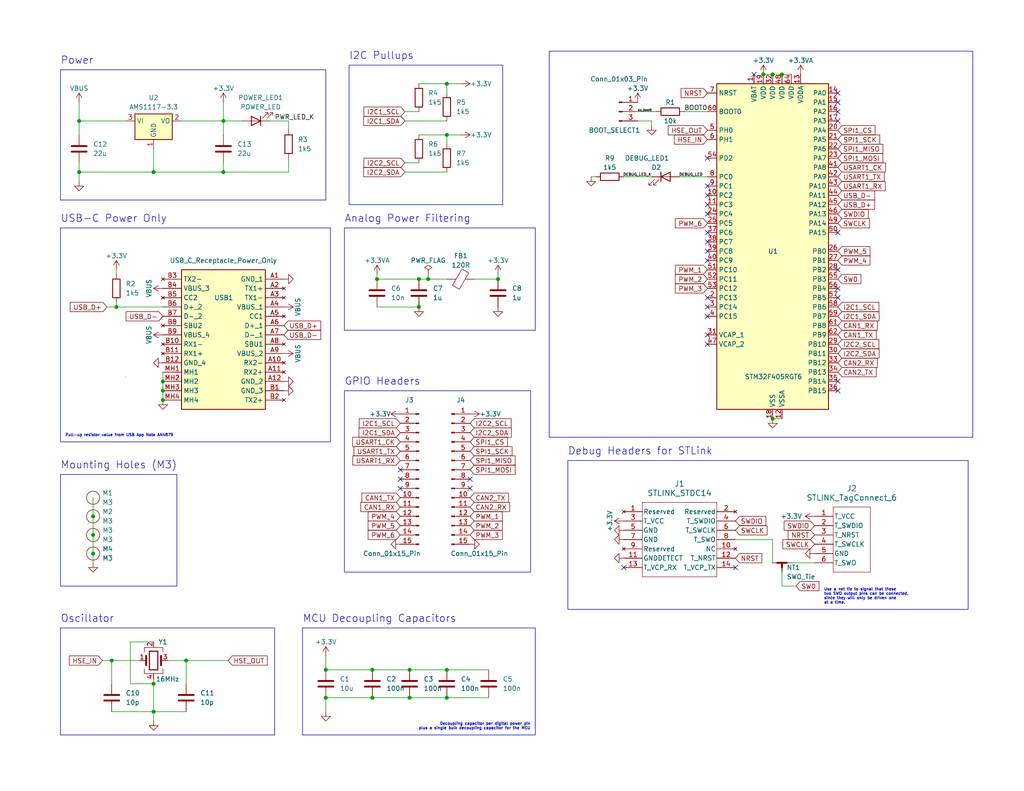
<source format=kicad_sch>
(kicad_sch (version 20230121) (generator eeschema)
  (paper "USLetter")
  (title_block (title "${BOARD_NAME}") (date "2024-04-03") (rev "v${PCB_VERSION}") (company "Tennessee Valley Stellar Corporation"))
  (junction (at 101.6 190.5))
  (junction (at 111.76 182.88))
  (junction (at 25.4 151.13))
  (junction (at 208.28 20.32))
  (junction (at 44.45 109.22))
  (junction (at 121.92 22.86))
  (junction (at 121.92 36.83))
  (junction (at 50.8 180.34))
  (junction (at 210.82 20.32))
  (junction (at 41.91 186.69))
  (junction (at 21.59 46.99))
  (junction (at 116.84 76.2))
  (junction (at 30.48 180.34))
  (junction (at 88.9 190.5))
  (junction (at 88.9 182.88))
  (junction (at 121.92 182.88))
  (junction (at 25.4 140.97))
  (junction (at 44.45 104.14))
  (junction (at 210.82 114.3))
  (junction (at 135.89 76.2))
  (junction (at 60.96 33.02))
  (junction (at 114.3 76.2))
  (junction (at 114.3 83.82))
  (junction (at 60.96 46.99))
  (junction (at 101.6 182.88))
  (junction (at 102.87 76.2))
  (junction (at 25.4 146.05))
  (junction (at 41.91 194.31))
  (junction (at 41.91 46.99))
  (junction (at 121.92 190.5))
  (junction (at 21.59 33.02))
  (junction (at 213.36 20.32))
  (junction (at 31.75 83.82))
  (junction (at 111.76 190.5))
  (junction (at 44.45 106.68))
  (no_connect (at 205.74 20.32))
  (no_connect (at 228.6 33.02))
  (no_connect (at 228.6 81.28))
  (no_connect (at 193.04 66.04))
  (no_connect (at 200.66 154.94))
  (no_connect (at 193.04 53.34))
  (no_connect (at 193.04 58.42))
  (no_connect (at 128.27 130.81))
  (no_connect (at 170.18 154.94))
  (no_connect (at 228.6 30.48))
  (no_connect (at 193.04 50.8))
  (no_connect (at 193.04 55.88))
  (no_connect (at 193.04 86.36))
  (no_connect (at 109.22 130.81))
  (no_connect (at 193.04 93.98))
  (no_connect (at 193.04 43.18))
  (no_connect (at 193.04 83.82))
  (no_connect (at 109.22 133.35))
  (no_connect (at 193.04 63.5))
  (no_connect (at 193.04 81.28))
  (no_connect (at 228.6 106.68))
  (no_connect (at 193.04 91.44))
  (no_connect (at 228.6 104.14))
  (no_connect (at 193.04 68.58))
  (no_connect (at 228.6 27.94))
  (no_connect (at 193.04 71.12))
  (no_connect (at 109.22 128.27))
  (no_connect (at 128.27 133.35))
  (no_connect (at 228.6 63.5))
  (no_connect (at 228.6 78.74))
  (no_connect (at 228.6 73.66))
  (no_connect (at 228.6 25.4))
  (wire (pts (xy 88.9 182.88) (xy 101.6 182.88)))
  (wire (pts (xy 114.3 76.2) (xy 116.84 76.2)))
  (wire (pts (xy 213.36 114.3) (xy 210.82 114.3)))
  (wire (pts (xy 44.45 104.14) (xy 44.45 106.68)))
  (wire (pts (xy 41.91 186.69) (xy 41.91 194.31)))
  (wire (pts (xy 129.54 76.2) (xy 135.89 76.2)))
  (wire (pts (xy 135.89 74.93) (xy 135.89 76.2)))
  (wire (pts (xy 60.96 33.02) (xy 60.96 36.83)))
  (wire (pts (xy 111.76 190.5) (xy 121.92 190.5)))
  (wire (pts (xy 110.49 33.02) (xy 121.92 33.02)))
  (wire (pts (xy 185.42 48.26) (xy 193.04 48.26)))
  (wire (pts (xy 41.91 46.99) (xy 60.96 46.99)))
  (wire (pts (xy 50.8 180.34) (xy 62.23 180.34)))
  (wire (pts (xy 41.91 175.26) (xy 35.56 175.26)))
  (wire (pts (xy 31.75 73.66) (xy 31.75 74.93)))
  (polyline (pts (xy 149.86 13.97) (xy 149.86 119.38)))
  (wire (pts (xy 78.74 46.99) (xy 60.96 46.99)))
  (wire (pts (xy 78.74 43.18) (xy 78.74 46.99)))
  (wire (pts (xy 44.45 106.68) (xy 44.45 109.22)))
  (wire (pts (xy 101.6 190.5) (xy 111.76 190.5)))
  (polyline (pts (xy 16.51 200.66) (xy 74.93 200.66)))
  (wire (pts (xy 111.76 182.88) (xy 121.92 182.88)))
  (wire (pts (xy 210.82 147.32) (xy 210.82 153.67)))
  (wire (pts (xy 121.92 182.88) (xy 133.35 182.88)))
  (polyline (pts (xy 146.05 171.45) (xy 146.05 200.66)))
  (polyline (pts (xy 146.05 62.23) (xy 146.05 90.17)))
  (wire (pts (xy 110.49 30.48) (xy 114.3 30.48)))
  (polyline (pts (xy 88.9 19.05) (xy 88.9 54.61)))
  (wire (pts (xy 213.36 160.02) (xy 217.17 160.02)))
  (wire (pts (xy 101.6 182.88) (xy 111.76 182.88)))
  (wire (pts (xy 25.4 135.89) (xy 25.4 140.97)))
  (wire (pts (xy 41.91 185.42) (xy 41.91 186.69)))
  (wire (pts (xy 177.8 48.26) (xy 170.18 48.26)))
  (wire (pts (xy 200.66 147.32) (xy 210.82 147.32)))
  (wire (pts (xy 29.21 83.82) (xy 31.75 83.82)))
  (wire (pts (xy 60.96 44.45) (xy 60.96 46.99)))
  (wire (pts (xy 41.91 194.31) (xy 41.91 196.85)))
  (polyline (pts (xy 74.93 171.45) (xy 74.93 200.66)))
  (wire (pts (xy 121.92 22.86) (xy 121.92 25.4)))
  (wire (pts (xy 110.49 44.45) (xy 114.3 44.45)))
  (wire (pts (xy 30.48 180.34) (xy 38.1 180.34)))
  (wire (pts (xy 21.59 33.02) (xy 34.29 33.02)))
  (wire (pts (xy 25.4 146.05) (xy 25.4 151.13)))
  (wire (pts (xy 121.92 36.83) (xy 121.92 39.37)))
  (polyline (pts (xy 93.98 62.23) (xy 93.98 90.17)))
  (wire (pts (xy 88.9 190.5) (xy 101.6 190.5)))
  (wire (pts (xy 114.3 36.83) (xy 121.92 36.83)))
  (wire (pts (xy 35.56 186.69) (xy 41.91 186.69)))
  (polyline (pts (xy 146.05 200.66) (xy 82.55 200.66)))
  (wire (pts (xy 30.48 186.69) (xy 30.48 180.34)))
  (polyline (pts (xy 93.98 62.23) (xy 146.05 62.23)))
  (polyline (pts (xy 16.51 19.05) (xy 88.9 19.05)))
  (polyline (pts (xy 88.9 54.61) (xy 16.51 54.61)))
  (wire (pts (xy 78.74 33.02) (xy 78.74 35.56)))
  (wire (pts (xy 177.8 33.02) (xy 177.8 34.29)))
  (wire (pts (xy 173.99 30.48) (xy 179.07 30.48)))
  (polyline (pts (xy 93.98 90.17) (xy 146.05 90.17)))
  (wire (pts (xy 88.9 190.5) (xy 88.9 194.31)))
  (wire (pts (xy 35.56 175.26) (xy 35.56 186.69)))
  (wire (pts (xy 25.4 140.97) (xy 25.4 146.05)))
  (polyline (pts (xy 16.51 19.05) (xy 16.51 54.61)))
  (polyline (pts (xy 16.51 171.45) (xy 74.93 171.45)))
  (wire (pts (xy 114.3 83.82) (xy 114.3 82.55)))
  (polyline (pts (xy 82.55 171.45) (xy 146.05 171.45)))
  (wire (pts (xy 173.99 33.02) (xy 177.8 33.02)))
  (wire (pts (xy 31.75 82.55) (xy 31.75 83.82)))
  (wire (pts (xy 114.3 76.2) (xy 102.87 76.2)))
  (wire (pts (xy 213.36 156.21) (xy 213.36 160.02)))
  (wire (pts (xy 116.84 74.93) (xy 116.84 76.2)))
  (polyline (pts (xy 16.51 200.66) (xy 16.51 171.45)))
  (wire (pts (xy 114.3 22.86) (xy 121.92 22.86)))
  (wire (pts (xy 102.87 76.2) (xy 102.87 74.93)))
  (wire (pts (xy 21.59 36.83) (xy 21.59 33.02)))
  (polyline (pts (xy 149.86 119.38) (xy 265.43 119.38)))
  (wire (pts (xy 116.84 76.2) (xy 121.92 76.2)))
  (polyline (pts (xy 265.43 13.97) (xy 149.86 13.97)))
  (wire (pts (xy 215.9 20.32) (xy 213.36 20.32)))
  (wire (pts (xy 102.87 83.82) (xy 114.3 83.82)))
  (wire (pts (xy 25.4 151.13) (xy 25.4 153.67)))
  (polyline (pts (xy 82.55 171.45) (xy 82.55 200.66)))
  (wire (pts (xy 110.49 46.99) (xy 121.92 46.99)))
  (polyline (pts (xy 265.43 13.97) (xy 265.43 119.38)))
  (wire (pts (xy 27.94 180.34) (xy 30.48 180.34)))
  (wire (pts (xy 213.36 20.32) (xy 210.82 20.32)))
  (wire (pts (xy 21.59 46.99) (xy 41.91 46.99)))
  (wire (pts (xy 21.59 27.94) (xy 21.59 33.02)))
  (wire (pts (xy 31.75 83.82) (xy 44.45 83.82)))
  (wire (pts (xy 88.9 179.07) (xy 88.9 182.88)))
  (wire (pts (xy 121.92 36.83) (xy 125.73 36.83)))
  (wire (pts (xy 21.59 46.99) (xy 21.59 49.53)))
  (wire (pts (xy 161.29 48.26) (xy 162.56 48.26)))
  (wire (pts (xy 41.91 40.64) (xy 41.91 46.99)))
  (polyline (pts (xy 34.29 102.87) (xy 34.29 102.87)))
  (wire (pts (xy 60.96 27.94) (xy 60.96 33.02)))
  (wire (pts (xy 21.59 44.45) (xy 21.59 46.99)))
  (wire (pts (xy 121.92 22.86) (xy 125.73 22.86)))
  (wire (pts (xy 60.96 33.02) (xy 66.04 33.02)))
  (wire (pts (xy 210.82 20.32) (xy 208.28 20.32)))
  (wire (pts (xy 186.69 30.48) (xy 193.04 30.48)))
  (wire (pts (xy 41.91 194.31) (xy 50.8 194.31)))
  (wire (pts (xy 121.92 190.5) (xy 133.35 190.5)))
  (wire (pts (xy 222.25 153.67) (xy 215.9 153.67)))
  (wire (pts (xy 50.8 180.34) (xy 50.8 186.69)))
  (wire (pts (xy 44.45 101.6) (xy 44.45 104.14)))
  (wire (pts (xy 73.66 33.02) (xy 78.74 33.02)))
  (wire (pts (xy 49.53 33.02) (xy 60.96 33.02)))
  (wire (pts (xy 30.48 194.31) (xy 41.91 194.31)))
  (wire (pts (xy 45.72 180.34) (xy 50.8 180.34)))
  (rectangle (start 95.25 17.78) (end 137.16 55.88))
  (rectangle (start 93.98 106.68) (end 144.78 156.21))
  (rectangle (start 16.51 129.54) (end 48.26 160.02))
  (rectangle (start 16.51 62.23) (end 90.17 120.65))
  (rectangle (start 154.94 125.73) (end 264.16 166.37))
  (text "Use a net tie to signal that these\ntwo SWO output pins can be connected,\nsince they will only be driven one\nat a time." (at 224.79 165.1 0) (effects (font (size 0.75 0.75)) (justify left bottom)))
  (text "GPIO Headers" (at 93.98 105.41 0) (effects (font (size 2 2)) (justify left bottom)))
  (text "Decoupling capacitor per digital power pin\nplus a single bulk decoupling capacitor for the MCU" (at 144.78 199.39 0) (effects (font (size 0.75 0.75)) (justify right bottom)))
  (text "I2C Pullups" (at 95.25 16.51 0) (effects (font (size 2 2)) (justify left bottom)))
  (text "Mounting Holes (M3)" (at 16.51 128.27 0) (effects (font (size 2 2)) (justify left bottom)))
  (text "Debug Headers for STLink" (at 154.94 124.46 0) (effects (font (size 2 2)) (justify left bottom)))
  (text "Power" (at 16.51 17.78 0) (effects (font (size 2 2)) (justify left bottom)))
  (text "Pull-up resistor value from USB App Note AN4879" (at 17.78 119.38 0) (effects (font (size 0.75 0.75)) (justify left bottom)))
  (text "MCU Decoupling Capacitors" (at 82.55 170.18 0) (effects (font (size 2 2)) (justify left bottom)))
  (text "Analog Power Filtering" (at 93.98 60.96 0) (effects (font (size 2 2)) (justify left bottom)))
  (text "Oscillator" (at 16.51 170.18 0) (effects (font (size 2 2)) (justify left bottom)))
  (text "USB-C Power Only" (at 16.51 60.96 0) (effects (font (size 2 2)) (justify left bottom)))
  (label "DEBUG_LED" (at 191.77 48.26 180) (effects (font (size 0.75 0.75))))
  (label "DEBUG_LED_K" (at 177.8 48.26 180) (effects (font (size 0.75 0.75))))
  (label "BOOT0" (at 186.69 30.48 0))
  (label "sw_boot0" (at 173.99 30.48 0) (effects (font (size 0.54 0.54))))
  (label "PWR_LED_K" (at 74.93 33.02 0))
  (global_label "SWCLK" (shape input) (at 228.6 60.96 0) (property "Intersheetrefs" "${INTERSHEET_REFS}" (effects hide)))
  (global_label "USB_D-" (shape input) (at 44.45 86.36 180) (property "Intersheetrefs" "${INTERSHEET_REFS}" (effects hide)))
  (global_label "USART1_CK" (shape input) (at 228.6 45.72 0) (property "Intersheetrefs" "${INTERSHEET_REFS}" (effects hide)))
  (global_label "CAN1_RX" (shape input) (at 109.22 138.43 180) (property "Intersheetrefs" "${INTERSHEET_REFS}" (effects hide)))
  (global_label "HSE_IN" (shape input) (at 27.94 180.34 180) (property "Intersheetrefs" "${INTERSHEET_REFS}" (effects hide)))
  (global_label "PWM_2" (shape input) (at 193.04 76.2 180) (property "Intersheetrefs" "${INTERSHEET_REFS}" (effects hide)))
  (global_label "CAN1_TX" (shape input) (at 228.6 91.44 0) (property "Intersheetrefs" "${INTERSHEET_REFS}" (effects hide)))
  (global_label "SWDIO" (shape input) (at 228.6 58.42 0) (property "Intersheetrefs" "${INTERSHEET_REFS}" (effects hide)))
  (global_label "PWM_5" (shape input) (at 228.6 68.58 0) (property "Intersheetrefs" "${INTERSHEET_REFS}" (effects hide)))
  (global_label "I2C1_SDA" (shape input) (at 228.6 86.36 0) (property "Intersheetrefs" "${INTERSHEET_REFS}" (effects hide)))
  (global_label "CAN2_RX" (shape input) (at 228.6 99.06 0) (property "Intersheetrefs" "${INTERSHEET_REFS}" (effects hide)))
  (global_label "SPI1_SCK" (shape input) (at 228.6 38.1 0) (property "Intersheetrefs" "${INTERSHEET_REFS}" (effects hide)))
  (global_label "USART1_TX" (shape input) (at 109.22 123.19 180) (property "Intersheetrefs" "${INTERSHEET_REFS}" (effects hide)))
  (global_label "SPI1_SCK" (shape input) (at 128.27 123.19 0) (property "Intersheetrefs" "${INTERSHEET_REFS}" (effects hide)))
  (global_label "SPI1_MISO" (shape input) (at 128.27 125.73 0) (property "Intersheetrefs" "${INTERSHEET_REFS}" (effects hide)))
  (global_label "PWM_3" (shape input) (at 193.04 78.74 180) (property "Intersheetrefs" "${INTERSHEET_REFS}" (effects hide)))
  (global_label "I2C1_SCL" (shape input) (at 228.6 83.82 0) (property "Intersheetrefs" "${INTERSHEET_REFS}" (effects hide)))
  (global_label "I2C1_SCL" (shape input) (at 110.49 30.48 180) (property "Intersheetrefs" "${INTERSHEET_REFS}" (effects hide)))
  (global_label "SPI1_MOSI" (shape input) (at 228.6 43.18 0) (property "Intersheetrefs" "${INTERSHEET_REFS}" (effects hide)))
  (global_label "USART1_CK" (shape input) (at 109.22 120.65 180) (property "Intersheetrefs" "${INTERSHEET_REFS}" (effects hide)))
  (global_label "I2C2_SDA" (shape input) (at 110.49 46.99 180) (property "Intersheetrefs" "${INTERSHEET_REFS}" (effects hide)))
  (global_label "PWM_2" (shape input) (at 128.27 143.51 0) (property "Intersheetrefs" "${INTERSHEET_REFS}" (effects hide)))
  (global_label "USART1_RX" (shape input) (at 109.22 125.73 180) (property "Intersheetrefs" "${INTERSHEET_REFS}" (effects hide)))
  (global_label "CAN1_RX" (shape input) (at 228.6 88.9 0) (property "Intersheetrefs" "${INTERSHEET_REFS}" (effects hide)))
  (global_label "PWM_1" (shape input) (at 128.27 140.97 0) (property "Intersheetrefs" "${INTERSHEET_REFS}" (effects hide)))
  (global_label "PWM_6" (shape input) (at 193.04 60.96 180) (property "Intersheetrefs" "${INTERSHEET_REFS}" (effects hide)))
  (global_label "SPI1_MISO" (shape input) (at 228.6 40.64 0) (property "Intersheetrefs" "${INTERSHEET_REFS}" (effects hide)))
  (global_label "PWM_6" (shape input) (at 109.22 146.05 180) (property "Intersheetrefs" "${INTERSHEET_REFS}" (effects hide)))
  (global_label "I2C2_SDA" (shape input) (at 128.27 118.11 0) (property "Intersheetrefs" "${INTERSHEET_REFS}" (effects hide)))
  (global_label "SW0" (shape input) (at 217.17 160.02 0) (property "Intersheetrefs" "${INTERSHEET_REFS}" (effects hide)))
  (global_label "HSE_IN" (shape input) (at 193.04 38.1 180) (property "Intersheetrefs" "${INTERSHEET_REFS}" (effects hide)))
  (global_label "SPI1_CS" (shape input) (at 228.6 35.56 0) (property "Intersheetrefs" "${INTERSHEET_REFS}" (effects hide)))
  (global_label "PWM_4" (shape input) (at 228.6 71.12 0) (property "Intersheetrefs" "${INTERSHEET_REFS}" (effects hide)))
  (global_label "I2C1_SCL" (shape input) (at 109.22 115.57 180) (property "Intersheetrefs" "${INTERSHEET_REFS}" (effects hide)))
  (global_label "CAN2_TX" (shape input) (at 128.27 135.89 0) (property "Intersheetrefs" "${INTERSHEET_REFS}" (effects hide)))
  (global_label "PWM_4" (shape input) (at 109.22 140.97 180) (property "Intersheetrefs" "${INTERSHEET_REFS}" (effects hide)))
  (global_label "PWM_3" (shape input) (at 128.27 146.05 0) (property "Intersheetrefs" "${INTERSHEET_REFS}" (effects hide)))
  (global_label "I2C1_SDA" (shape input) (at 110.49 33.02 180) (property "Intersheetrefs" "${INTERSHEET_REFS}" (effects hide)))
  (global_label "USB_D-" (shape input) (at 77.47 91.44 0) (property "Intersheetrefs" "${INTERSHEET_REFS}" (effects hide)))
  (global_label "HSE_OUT" (shape input) (at 193.04 35.56 180) (property "Intersheetrefs" "${INTERSHEET_REFS}" (effects hide)))
  (global_label "SW0" (shape input) (at 228.6 76.2 0) (property "Intersheetrefs" "${INTERSHEET_REFS}" (effects hide)))
  (global_label "I2C1_SDA" (shape input) (at 109.22 118.11 180) (property "Intersheetrefs" "${INTERSHEET_REFS}" (effects hide)))
  (global_label "I2C2_SDA" (shape input) (at 228.6 96.52 0) (property "Intersheetrefs" "${INTERSHEET_REFS}" (effects hide)))
  (global_label "PWM_5" (shape input) (at 109.22 143.51 180) (property "Intersheetrefs" "${INTERSHEET_REFS}" (effects hide)))
  (global_label "SWDIO" (shape input) (at 200.66 142.24 0) (property "Intersheetrefs" "${INTERSHEET_REFS}" (effects hide)))
  (global_label "I2C2_SCL" (shape input) (at 128.27 115.57 0) (property "Intersheetrefs" "${INTERSHEET_REFS}" (effects hide)))
  (global_label "SPI1_CS" (shape input) (at 128.27 120.65 0) (property "Intersheetrefs" "${INTERSHEET_REFS}" (effects hide)))
  (global_label "CAN2_RX" (shape input) (at 128.27 138.43 0) (property "Intersheetrefs" "${INTERSHEET_REFS}" (effects hide)))
  (global_label "SWCLK" (shape input) (at 200.66 144.78 0) (property "Intersheetrefs" "${INTERSHEET_REFS}" (effects hide)))
  (global_label "I2C2_SCL" (shape input) (at 110.49 44.45 180) (property "Intersheetrefs" "${INTERSHEET_REFS}" (effects hide)))
  (global_label "SWDIO" (shape input) (at 222.25 143.51 180) (property "Intersheetrefs" "${INTERSHEET_REFS}" (effects hide)))
  (global_label "NRST" (shape input) (at 200.66 152.4 0) (property "Intersheetrefs" "${INTERSHEET_REFS}" (effects hide)))
  (global_label "USB_D+" (shape input) (at 77.47 88.9 0) (property "Intersheetrefs" "${INTERSHEET_REFS}" (effects hide)))
  (global_label "NRST" (shape input) (at 193.04 25.4 180) (property "Intersheetrefs" "${INTERSHEET_REFS}" (effects hide)))
  (global_label "USB_D+" (shape input) (at 228.6 55.88 0) (property "Intersheetrefs" "${INTERSHEET_REFS}" (effects hide)))
  (global_label "USART1_TX" (shape input) (at 228.6 48.26 0) (property "Intersheetrefs" "${INTERSHEET_REFS}" (effects hide)))
  (global_label "SPI1_MOSI" (shape input) (at 128.27 128.27 0) (property "Intersheetrefs" "${INTERSHEET_REFS}" (effects hide)))
  (global_label "I2C2_SCL" (shape input) (at 228.6 93.98 0) (property "Intersheetrefs" "${INTERSHEET_REFS}" (effects hide)))
  (global_label "HSE_OUT" (shape input) (at 62.23 180.34 0) (property "Intersheetrefs" "${INTERSHEET_REFS}" (effects hide)))
  (global_label "USB_D+" (shape input) (at 29.21 83.82 180) (property "Intersheetrefs" "${INTERSHEET_REFS}" (effects hide)))
  (global_label "USB_D-" (shape input) (at 228.6 53.34 0) (property "Intersheetrefs" "${INTERSHEET_REFS}" (effects hide)))
  (global_label "SWCLK" (shape input) (at 222.25 148.59 180) (property "Intersheetrefs" "${INTERSHEET_REFS}" (effects hide)))
  (global_label "PWM_1" (shape input) (at 193.04 73.66 180) (property "Intersheetrefs" "${INTERSHEET_REFS}" (effects hide)))
  (global_label "NRST" (shape input) (at 222.25 146.05 180) (property "Intersheetrefs" "${INTERSHEET_REFS}" (effects hide)))
  (global_label "USART1_RX" (shape input) (at 228.6 50.8 0) (property "Intersheetrefs" "${INTERSHEET_REFS}" (effects hide)))
  (global_label "CAN1_TX" (shape input) (at 109.22 135.89 180) (property "Intersheetrefs" "${INTERSHEET_REFS}" (effects hide)))
  (global_label "CAN2_TX" (shape input) (at 228.6 101.6 0) (property "Intersheetrefs" "${INTERSHEET_REFS}" (effects hide)))
  (symbol (lib_id "power:+3.3V") (at 128.27 113.03 270) (mirror x) (unit 1)
    (property "Reference" "#PWR027" (effects hide))
    (property "Value" "+3.3V" (at 130.81 113.03 90) (effects (justify left)))
  )
  (symbol (lib_id "Regulator_Linear:AMS1117-3.3") (at 41.91 33.02 0) (unit 1)
    (property "Reference" "U2" (at 41.91 26.67 0))
    (property "Value" "AMS1117-3.3" (at 41.91 29.21 0))
    (property "Footprint" "Package_TO_SOT_SMD:SOT-223-3_TabPin2" (effects hide))
    (property "Datasheet" "http://www.advanced-monolithic.com/pdf/ds1117.pdf" (effects hide))
    (property "MPN" "C6186" (effects hide))
    (property "Manufacturer" "Advanced Monolithic Systems" (effects hide))
    (property "Manufacturer Part Number" "AMS1117-3.3" (effects hide))
  )
  (symbol (lib_id "TVSC:USB_C_POWER") (at 60.96 92.71 0) (mirror y) (unit 1)
    (property "Reference" "USB1" (at 58.42 81.28 0) (effects (justify right)))
    (property "Value" "USB_C_Receptacle_Power_Only" (at 60.96 71.12 0))
    (property "Footprint" "footprints:12401832E402A" (effects hide))
    (property "Datasheet" "https://cdn.amphenol-cs.com/media/wysiwyg/files/documentation/datasheet/inputoutput/io_usb_type_c.pdf" (effects hide))
    (property "MPN" "C464604" (effects hide))
    (property "Manufacturer" "Amphenol Communications Solutions" (effects hide))
    (property "Manufacturer Part Number" "12401832E402A" (effects hide))
  )
  (symbol (lib_id "Device:R") (at 182.88 30.48 90) (unit 1)
    (property "Reference" "R1" (at 182.88 27.94 90))
    (property "Value" "10k" (at 182.88 33.02 90))
    (property "Footprint" "Resistor_SMD:R_0402_1005Metric" (effects hide))
    (property "MPN" "C25744" (effects hide))
    (property "Manufacturer" "UNI-ROYAL" (effects hide))
    (property "Manufacturer Part Number" "0402WGF1002TCE" (effects hide))
  )
  (symbol (lib_id "power:PWR_FLAG") (at 116.84 74.93 0) (unit 1)
    (property "Reference" "#FLG01" (effects hide))
    (property "Value" "PWR_FLAG" (at 116.84 71.12 0))
  )
  (symbol (lib_id "Device:R") (at 31.75 78.74 0) (unit 1)
    (property "Reference" "R2" (at 34.29 77.47 0) (effects (justify left)))
    (property "Value" "1k5" (at 34.29 80.01 0) (effects (justify left)))
    (property "Footprint" "Resistor_SMD:R_0402_1005Metric" (effects hide))
    (property "MPN" "C25867" (effects hide))
    (property "Manufacturer" "UNI-ROYAL" (effects hide))
    (property "Manufacturer Part Number" "0402WGF1501TCE" (effects hide))
  )
  (symbol (lib_id "Device:R") (at 114.3 26.67 0) (unit 1)
    (property "Reference" "R4" (at 116.84 25.4 0) (effects (justify left)))
    (property "Value" "1k5" (at 116.84 27.94 0) (effects (justify left)))
    (property "Footprint" "Resistor_SMD:R_0402_1005Metric" (effects hide))
    (property "MPN" "C25867" (effects hide))
    (property "Manufacturer" "UNI-ROYAL" (effects hide))
    (property "Manufacturer Part Number" "0402WGF1501TCE" (effects hide))
  )
  (symbol (lib_id "Device:C") (at 121.92 186.69 0) (unit 1)
    (property "Reference" "C4" (at 125.73 185.42 0) (effects (justify left)))
    (property "Value" "100n" (at 125.73 187.96 0) (effects (justify left)))
    (property "Footprint" "Capacitor_SMD:C_0402_1005Metric" (effects hide))
    (property "MPN" "C1525" (effects hide))
    (property "Manufacturer" "Samsung Electro-Mechanics" (effects hide))
    (property "Manufacturer Part Number" "CL05B104KO5NNNC" (effects hide))
  )
  (symbol (lib_id "power:VBUS") (at 21.59 27.94 0) (unit 1)
    (property "Reference" "#PWR018" (effects hide))
    (property "Value" "VBUS" (at 21.59 24.13 0))
  )
  (symbol (lib_id "power:+3.3V") (at 222.25 140.97 90) (unit 1)
    (property "Reference" "#PWR040" (effects hide))
    (property "Value" "+3.3V" (at 215.9 140.97 90))
  )
  (symbol (lib_id "power:+3.3V") (at 135.89 74.93 0) (unit 1)
    (property "Reference" "#PWR07" (effects hide))
    (property "Value" "+3.3V" (at 135.89 71.12 0))
  )
  (symbol (lib_id "Device:C") (at 50.8 190.5 0) (unit 1)
    (property "Reference" "C11" (at 54.61 189.23 0) (effects (justify left)))
    (property "Value" "10p" (at 54.61 191.77 0) (effects (justify left)))
    (property "Footprint" "Capacitor_SMD:C_0402_1005Metric" (effects hide))
    (property "MPN" "C32949" (effects hide))
    (property "Manufacturer" "Samsung Electro-Mechanics" (effects hide))
    (property "Manufacturer Part Number" "CL05C100JB5NNNC" (effects hide))
  )
  (symbol (lib_id "power:GND") (at 109.22 148.59 270) (unit 1)
    (property "Reference" "#PWR026" (effects hide))
    (property "Value" "GND" (effects hide))
  )
  (symbol (lib_id "power:GND") (at 170.18 147.32 270) (unit 1)
    (property "Reference" "#PWR037" (effects hide))
    (property "Value" "GND" (effects hide))
  )
  (symbol (lib_id "power:GND") (at 210.82 114.3 0) (unit 1)
    (property "Reference" "#PWR01" (effects hide))
    (property "Value" "GND" (effects hide))
  )
  (symbol (lib_id "Device:FerriteBead") (at 125.73 76.2 90) (unit 1)
    (property "Reference" "FB1" (at 125.73 69.85 90))
    (property "Value" "120R" (at 125.73 72.39 90))
    (property "Footprint" "Inductor_SMD:L_0603_1608Metric" (effects hide))
    (property "MPN" "C22787" (effects hide))
    (property "Manufacturer" "UNI-ROYAL" (effects hide))
    (property "Manufacturer Part Number" "0603WAF1200T5E" (effects hide))
  )
  (symbol (lib_id "power:GND") (at 77.47 104.14 90) (unit 1)
    (property "Reference" "#PWR047" (effects hide))
    (property "Value" "GND" (effects hide))
  )
  (symbol (lib_id "power:+3.3VA") (at 102.87 74.93 0) (unit 1)
    (property "Reference" "#PWR012" (effects hide))
    (property "Value" "+3.3VA" (at 102.87 71.12 0))
  )
  (symbol (lib_id "Device:C") (at 21.59 40.64 0) (unit 1)
    (property "Reference" "C12" (at 25.4 39.37 0) (effects (justify left)))
    (property "Value" "22u" (at 25.4 41.91 0) (effects (justify left)))
    (property "Footprint" "Capacitor_SMD:C_0805_2012Metric" (effects hide))
    (property "MPN" "C45783" (effects hide))
    (property "Manufacturer" "Samsung Electro-Mechanics" (effects hide))
    (property "Manufacturer Part Number" "CL21A226MAQNNNE" (effects hide))
  )
  (symbol (lib_id "power:GND") (at 88.9 194.31 0) (unit 1)
    (property "Reference" "#PWR020" (effects hide))
    (property "Value" "GND" (effects hide))
  )
  (symbol (lib_id "MCU_ST_STM32F4:STM32F405RGTx") (at 210.82 68.58 0) (unit 1)
    (property "Reference" "U1" (at 209.55 68.58 0) (effects (justify left)))
    (property "Value" "STM32F405RGT6" (at 203.2 102.87 0) (effects (justify left)))
    (property "Footprint" "Package_QFP:LQFP-64_10x10mm_P0.5mm" (effects hide))
    (property "Datasheet" "https://www.st.com/resource/en/datasheet/stm32f405rg.pdf" (effects hide))
  )
  (symbol (lib_id "Device:NetTie_3_Tee") (at 213.36 153.67 0) (unit 1) (in_bom no)
    (property "Reference" "NT1" (at 214.63 154.94 0) (effects (justify left)))
    (property "Value" "SWO_Tie" (at 214.63 157.48 0) (effects (justify left)))
    (property "Footprint" "NetTie:NetTie-3_SMD_Pad0.5mm" (effects hide))
  )
  (symbol (lib_id "power:+3.3V") (at 125.73 36.83 270) (mirror x) (unit 1)
    (property "Reference" "#PWR035" (effects hide))
    (property "Value" "+3.3V" (at 128.27 36.83 90) (effects (justify left)))
  )
  (symbol (lib_id "power:GND") (at 177.8 34.29 0) (unit 1)
    (property "Reference" "#PWR09" (effects hide))
    (property "Value" "GND" (effects hide))
  )
  (symbol (lib_id "power:GND") (at 114.3 83.82 0) (unit 1)
    (property "Reference" "#PWR04" (effects hide))
    (property "Value" "GND" (effects hide))
  )
  (symbol (lib_id "TVSC:Mounting_Hole_M3_ISO_7380") (at 25.4 135.89 0) (unit 1) (in_bom no)
    (property "Reference" "M1" (at 27.94 134.62 0) (effects (justify left)))
    (property "Value" "M3" (at 27.94 137.16 0) (effects (justify left)))
    (property "Footprint" "MountingHole:MountingHole_3.2mm_M3_ISO7380_Pad_TopBottom" (effects hide))
  )
  (symbol (lib_id "Device:LED") (at 181.61 48.26 0) (unit 1)
    (property "Reference" "D2" (at 179.07 45.72 0))
    (property "Value" "DEBUG_LED1" (at 176.53 43.18 0))
    (property "Footprint" "LED_SMD:LED_0603_1608Metric" (effects hide))
    (property "MPN" "C72041" (effects hide))
    (property "Manufacturer" "Everlight Elec" (effects hide))
    (property "Manufacturer Part Number" "19-217/BHC-ZL1M2RY/3T" (effects hide))
    (property "Color" "Blue" (effects hide))
  )
  (symbol (lib_id "power:GND") (at 25.4 153.67 0) (unit 1)
    (property "Reference" "#PWR036" (effects hide))
    (property "Value" "GND" (effects hide))
  )
  (symbol (lib_id "power:VBUS") (at 44.45 91.44 90) (unit 1)
    (property "Reference" "#PWR044" (effects hide))
    (property "Value" "VBUS" (at 40.64 91.44 0))
  )
  (symbol (lib_id "power:VBUS") (at 77.47 96.52 270) (unit 1)
    (property "Reference" "#PWR042" (effects hide))
    (property "Value" "VBUS" (at 81.28 96.52 0))
  )
  (symbol (lib_id "power:+3.3V") (at 170.18 142.24 90) (unit 1)
    (property "Reference" "#PWR015" (effects hide))
    (property "Value" "+3.3V" (at 166.37 142.24 0))
  )
  (symbol (lib_id "power:GND") (at 77.47 106.68 90) (unit 1)
    (property "Reference" "#PWR046" (effects hide))
    (property "Value" "GND" (effects hide))
  )
  (symbol (lib_id "power:GND") (at 128.27 148.59 90) (unit 1)
    (property "Reference" "#PWR024" (effects hide))
    (property "Value" "GND" (effects hide))
  )
  (symbol (lib_id "Device:C") (at 101.6 186.69 0) (unit 1)
    (property "Reference" "C2" (at 105.41 185.42 0) (effects (justify left)))
    (property "Value" "100n" (at 105.41 187.96 0) (effects (justify left)))
    (property "Footprint" "Capacitor_SMD:C_0402_1005Metric" (effects hide))
    (property "MPN" "C1525" (effects hide))
    (property "Manufacturer" "Samsung Electro-Mechanics" (effects hide))
    (property "Manufacturer Part Number" "CL05B104KO5NNNC" (effects hide))
  )
  (symbol (lib_id "Device:R") (at 166.37 48.26 270) (unit 1)
    (property "Reference" "R9" (at 166.37 43.18 90))
    (property "Value" "1k5" (at 166.37 45.72 90))
    (property "Footprint" "Resistor_SMD:R_0402_1005Metric" (effects hide))
    (property "MPN" "C25867" (effects hide))
    (property "Manufacturer" "UNI-ROYAL" (effects hide))
    (property "Manufacturer Part Number" "0402WGF1501TCE" (effects hide))
  )
  (symbol (lib_id "Device:Crystal_GND24") (at 41.91 180.34 0) (unit 1)
    (property "Reference" "Y1" (at 44.45 175.26 0))
    (property "Value" "16MHz" (at 45.72 185.42 0))
    (property "Footprint" "Crystal:Crystal_SMD_3225-4Pin_3.2x2.5mm" (effects hide))
    (property "MPN" "C2857621" (effects hide))
    (property "Manufacturer" "WTL" (effects hide))
    (property "Manufacturer Part Number" "WTL3M01610" (effects hide))
  )
  (symbol (lib_id "TVSC:STLINK_TagConnect_6") (at 232.41 143.51 0) (unit 1) (in_bom no)
    (property "Reference" "J2" (at 232.41 133.35 0) (effects (font (size 1.524 1.524))))
    (property "Value" "STLINK_TagConnect_6" (at 232.41 135.89 0) (effects (font (size 1.524 1.524))))
    (property "Footprint" "Connector:Tag-Connect_TC2030-IDC-NL_2x03_P1.27mm_Vertical" (effects hide))
    (property "Datasheet" "https://www.tag-connect.com/wp-content/uploads/bsk-pdf-manager/TC2030-CTX_1.pdf" (effects hide))
  )
  (symbol (lib_id "Connector:Conn_01x15_Pin") (at 123.19 130.81 0) (unit 1)
    (property "Reference" "J4" (at 125.73 109.22 0))
    (property "Value" "Conn_01x15_Pin" (at 130.81 151.13 0))
    (property "Footprint" "Connector_PinSocket_2.54mm:PinSocket_1x15_P2.54mm_Vertical" (effects hide))
    (property "MPN" "C2883481" (effects hide))
    (property "Manufacturer" "XKB Connection" (effects hide))
    (property "Manufacturer Part Number" "X5511FV-15-C30D97-0970" (effects hide))
  )
  (symbol (lib_id "Device:C") (at 88.9 186.69 0) (unit 1)
    (property "Reference" "C1" (at 92.71 185.42 0) (effects (justify left)))
    (property "Value" "10u" (at 92.71 187.96 0) (effects (justify left)))
    (property "Footprint" "Capacitor_SMD:C_0603_1608Metric" (effects hide))
    (property "MPN" "C19702" (effects hide))
    (property "Manufacturer" "Samsung Electro-Mechanics" (effects hide))
    (property "Manufacturer Part Number" "CL10A106KP8NNNC" (effects hide))
  )
  (symbol (lib_id "Device:C") (at 111.76 186.69 0) (unit 1)
    (property "Reference" "C3" (at 115.57 185.42 0) (effects (justify left)))
    (property "Value" "100n" (at 115.57 187.96 0) (effects (justify left)))
    (property "Footprint" "Capacitor_SMD:C_0402_1005Metric" (effects hide))
    (property "MPN" "C1525" (effects hide))
    (property "Manufacturer" "Samsung Electro-Mechanics" (effects hide))
    (property "Manufacturer Part Number" "CL05B104KO5NNNC" (effects hide))
  )
  (symbol (lib_id "power:VBUS") (at 77.47 83.82 270) (unit 1)
    (property "Reference" "#PWR043" (effects hide))
    (property "Value" "VBUS" (at 81.28 83.82 0))
  )
  (symbol (lib_id "Connector:Conn_01x03_Pin") (at 168.91 30.48 0) (unit 1) (in_bom no)
    (property "Reference" "BOOT_SELECT1" (at 167.64 35.56 0))
    (property "Value" "Conn_01x03_Pin" (at 168.91 21.59 0))
    (property "Footprint" "Connector_PinHeader_2.54mm:PinHeader_1x03_P2.54mm_Vertical" (effects hide))
  )
  (symbol (lib_id "power:GND") (at 135.89 83.82 0) (unit 1)
    (property "Reference" "#PWR06" (effects hide))
    (property "Value" "GND" (effects hide))
  )
  (symbol (lib_id "Connector:Conn_01x15_Pin") (at 114.3 130.81 0) (mirror y) (unit 1)
    (property "Reference" "J3" (at 110.49 109.22 0) (effects (justify right)))
    (property "Value" "Conn_01x15_Pin" (at 99.06 151.13 0) (effects (justify right)))
    (property "Footprint" "Connector_PinSocket_2.54mm:PinSocket_1x15_P2.54mm_Vertical" (effects hide))
    (property "MPN" "C2883481" (effects hide))
    (property "Manufacturer" "XKB Connection" (effects hide))
    (property "Manufacturer Part Number" "X5511FV-15-C30D97-0970" (effects hide))
  )
  (symbol (lib_id "power:GND") (at 170.18 152.4 270) (unit 1)
    (property "Reference" "#PWR08" (effects hide))
    (property "Value" "GND" (effects hide))
  )
  (symbol (lib_id "Device:C") (at 135.89 80.01 0) (unit 1)
    (property "Reference" "C8" (at 139.7 78.74 0) (effects (justify left)))
    (property "Value" "1u" (at 139.7 81.28 0) (effects (justify left)))
    (property "Footprint" "Capacitor_SMD:C_0603_1608Metric" (effects hide))
    (property "MPN" "C15849" (effects hide))
    (property "Manufacturer" "Samsung Electro-Mechanics" (effects hide))
    (property "Manufacturer Part Number" "CL10A105KB8NNNC" (effects hide))
  )
  (symbol (lib_id "power:GND") (at 44.45 99.06 270) (unit 1)
    (property "Reference" "#PWR049" (effects hide))
    (property "Value" "GND" (effects hide))
  )
  (symbol (lib_id "power:GND") (at 41.91 196.85 0) (unit 1)
    (property "Reference" "#PWR011" (effects hide))
    (property "Value" "GND" (effects hide))
  )
  (symbol (lib_id "Device:R") (at 121.92 29.21 0) (unit 1)
    (property "Reference" "R5" (at 124.46 27.94 0) (effects (justify left)))
    (property "Value" "1k5" (at 124.46 30.48 0) (effects (justify left)))
    (property "Footprint" "Resistor_SMD:R_0402_1005Metric" (effects hide))
    (property "MPN" "C25867" (effects hide))
    (property "Manufacturer" "UNI-ROYAL" (effects hide))
    (property "Manufacturer Part Number" "0402WGF1501TCE" (effects hide))
  )
  (symbol (lib_id "power:+3.3V") (at 60.96 27.94 0) (unit 1)
    (property "Reference" "#PWR019" (effects hide))
    (property "Value" "+3.3V" (at 60.96 24.13 0))
  )
  (symbol (lib_id "Device:C") (at 60.96 40.64 0) (unit 1)
    (property "Reference" "C13" (at 64.77 39.37 0) (effects (justify left)))
    (property "Value" "22u" (at 64.77 41.91 0) (effects (justify left)))
    (property "Footprint" "Capacitor_SMD:C_0805_2012Metric" (effects hide))
    (property "MPN" "C45783" (effects hide))
    (property "Manufacturer" "Samsung Electro-Mechanics" (effects hide))
    (property "Manufacturer Part Number" "CL21A226MAQNNNE" (effects hide))
  )
  (symbol (lib_id "TVSC:STLINK_STDC14") (at 185.42 148.59 0) (unit 1)
    (property "Reference" "J1" (at 185.42 132.08 0) (effects (font (size 1.524 1.524))))
    (property "Value" "STLINK_STDC14" (at 185.42 134.62 0) (effects (font (size 1.524 1.524))))
    (property "Footprint" "Connector_PinHeader_1.27mm:PinHeader_2x07_P1.27mm_Vertical" (effects hide))
    (property "Datasheet" "https://www.st.com/resource/en/user_manual/um2910-stlinkv3minie-debuggerprogrammer-tiny-probe-for-stm32-microcontrollers-stmicroelectronics.pdf" (effects hide))
    (property "MPN" "C2881789" (effects hide))
    (property "Manufacturer" "XKB Connectivity" (effects hide))
    (property "Manufacturer Part Number" "X1321WV-2x07J-C30D23" (effects hide))
  )
  (symbol (lib_id "power:GND") (at 161.29 48.26 0) (unit 1)
    (property "Reference" "#PWR023" (effects hide))
    (property "Value" "GND" (effects hide))
  )
  (symbol (lib_id "Device:R") (at 78.74 39.37 0) (unit 1)
    (property "Reference" "R3" (at 81.28 38.1 0) (effects (justify left)))
    (property "Value" "1k5" (at 81.28 40.64 0) (effects (justify left)))
    (property "Footprint" "Resistor_SMD:R_0402_1005Metric" (effects hide))
    (property "MPN" "C25867" (effects hide))
    (property "Manufacturer" "UNI-ROYAL" (effects hide))
    (property "Manufacturer Part Number" "0402WGF1501TCE" (effects hide))
  )
  (symbol (lib_id "power:GND") (at 21.59 49.53 0) (unit 1)
    (property "Reference" "#PWR017" (effects hide))
    (property "Value" "GND" (effects hide))
  )
  (symbol (lib_id "Device:LED") (at 69.85 33.02 180) (unit 1)
    (property "Reference" "POWER_LED1" (at 71.12 26.67 0))
    (property "Value" "POWER_LED" (at 71.12 29.21 0))
    (property "Footprint" "LED_SMD:LED_0603_1608Metric" (effects hide))
    (property "MPN" "C72043" (effects hide))
    (property "Manufacturer" "Everlight Elec" (effects hide))
    (property "Manufacturer Part Number" "19-217/GHC-YR1S2/3T" (effects hide))
    (property "Color" "Green" (effects hide))
  )
  (symbol (lib_id "power:+3.3V") (at 31.75 73.66 0) (unit 1)
    (property "Reference" "#PWR013" (effects hide))
    (property "Value" "+3.3V" (at 31.75 69.85 0))
  )
  (symbol (lib_id "TVSC:Mounting_Hole_M3_ISO_7380") (at 25.4 151.13 0) (unit 1) (in_bom no)
    (property "Reference" "M4" (at 27.94 149.86 0) (effects (justify left)))
    (property "Value" "M3" (at 27.94 152.4 0) (effects (justify left)))
    (property "Footprint" "MountingHole:MountingHole_3.2mm_M3_ISO7380_Pad_TopBottom" (effects hide))
  )
  (symbol (lib_id "power:+3.3VA") (at 218.44 20.32 0) (unit 1)
    (property "Reference" "#PWR05" (effects hide))
    (property "Value" "+3.3VA" (at 218.44 16.51 0))
  )
  (symbol (lib_id "Device:R") (at 114.3 40.64 0) (unit 1)
    (property "Reference" "R6" (at 116.84 39.37 0) (effects (justify left)))
    (property "Value" "1k5" (at 116.84 41.91 0) (effects (justify left)))
    (property "Footprint" "Resistor_SMD:R_0402_1005Metric" (effects hide))
    (property "MPN" "C25867" (effects hide))
    (property "Manufacturer" "UNI-ROYAL" (effects hide))
    (property "Manufacturer Part Number" "0402WGF1501TCE" (effects hide))
  )
  (symbol (lib_id "power:GND") (at 44.45 109.22 0) (unit 1)
    (property "Reference" "#PWR045" (effects hide))
    (property "Value" "GND" (effects hide))
  )
  (symbol (lib_id "power:GND") (at 222.25 151.13 270) (unit 1)
    (property "Reference" "#PWR021" (effects hide))
    (property "Value" "GND" (effects hide))
  )
  (symbol (lib_id "power:+3.3V") (at 88.9 179.07 0) (unit 1)
    (property "Reference" "#PWR03" (effects hide))
    (property "Value" "+3.3V" (at 88.9 175.26 0))
  )
  (symbol (lib_id "Device:C") (at 102.87 80.01 0) (unit 1)
    (property "Reference" "C6" (at 106.68 78.74 0) (effects (justify left)))
    (property "Value" "10n" (at 106.68 81.28 0) (effects (justify left)))
    (property "Footprint" "Capacitor_SMD:C_0402_1005Metric" (effects hide))
    (property "MPN" "C15195" (effects hide))
    (property "Manufacturer" "Samsung Electro-Mechanics" (effects hide))
    (property "Manufacturer Part Number" "CL05B103KB5NNNC" (effects hide))
  )
  (symbol (lib_id "TVSC:Mounting_Hole_M3_ISO_7380") (at 25.4 140.97 0) (unit 1) (in_bom no)
    (property "Reference" "M2" (at 27.94 139.7 0) (effects (justify left)))
    (property "Value" "M3" (at 27.94 142.24 0) (effects (justify left)))
    (property "Footprint" "MountingHole:MountingHole_3.2mm_M3_ISO7380_Pad_TopBottom" (effects hide))
  )
  (symbol (lib_id "Device:C") (at 133.35 186.69 0) (unit 1)
    (property "Reference" "C5" (at 137.16 185.42 0) (effects (justify left)))
    (property "Value" "100n" (at 137.16 187.96 0) (effects (justify left)))
    (property "Footprint" "Capacitor_SMD:C_0402_1005Metric" (effects hide))
    (property "MPN" "C1525" (effects hide))
    (property "Manufacturer" "Samsung Electro-Mechanics" (effects hide))
    (property "Manufacturer Part Number" "CL05B104KO5NNNC" (effects hide))
  )
  (symbol (lib_id "Device:R") (at 121.92 43.18 0) (unit 1)
    (property "Reference" "R7" (at 124.46 41.91 0) (effects (justify left)))
    (property "Value" "1k5" (at 124.46 44.45 0) (effects (justify left)))
    (property "Footprint" "Resistor_SMD:R_0402_1005Metric" (effects hide))
    (property "MPN" "C25867" (effects hide))
    (property "Manufacturer" "UNI-ROYAL" (effects hide))
    (property "Manufacturer Part Number" "0402WGF1501TCE" (effects hide))
  )
  (symbol (lib_id "power:+3.3V") (at 208.28 20.32 0) (unit 1)
    (property "Reference" "#PWR02" (effects hide))
    (property "Value" "+3.3V" (at 208.28 16.51 0))
  )
  (symbol (lib_id "power:+3.3V") (at 125.73 22.86 270) (mirror x) (unit 1)
    (property "Reference" "#PWR034" (effects hide))
    (property "Value" "+3.3V" (at 128.27 22.86 90) (effects (justify left)))
  )
  (symbol (lib_id "power:GND") (at 77.47 76.2 90) (unit 1)
    (property "Reference" "#PWR048" (effects hide))
    (property "Value" "GND" (effects hide))
  )
  (symbol (lib_id "power:+3.3V") (at 173.99 27.94 0) (unit 1)
    (property "Reference" "#PWR010" (effects hide))
    (property "Value" "+3.3V" (at 173.99 24.13 0))
  )
  (symbol (lib_id "power:VBUS") (at 44.45 78.74 90) (unit 1)
    (property "Reference" "#PWR014" (effects hide))
    (property "Value" "VBUS" (at 40.64 78.74 0))
  )
  (symbol (lib_id "power:+3.3V") (at 109.22 113.03 90) (unit 1)
    (property "Reference" "#PWR022" (effects hide))
    (property "Value" "+3.3V" (at 106.68 113.03 90) (effects (justify left)))
  )
  (symbol (lib_id "power:GND") (at 170.18 144.78 270) (unit 1)
    (property "Reference" "#PWR016" (effects hide))
    (property "Value" "GND" (effects hide))
  )
  (symbol (lib_id "Device:C") (at 30.48 190.5 0) (unit 1)
    (property "Reference" "C10" (at 34.29 189.23 0) (effects (justify left)))
    (property "Value" "10p" (at 34.29 191.77 0) (effects (justify left)))
    (property "Footprint" "Capacitor_SMD:C_0402_1005Metric" (effects hide))
    (property "MPN" "C32949" (effects hide))
    (property "Manufacturer" "Samsung Electro-Mechanics" (effects hide))
    (property "Manufacturer Part Number" "CL05C100JB5NNNC" (effects hide))
  )
  (symbol (lib_id "Device:C") (at 114.3 80.01 0) (unit 1)
    (property "Reference" "C7" (at 118.11 78.74 0) (effects (justify left)))
    (property "Value" "1u" (at 118.11 81.28 0) (effects (justify left)))
    (property "Footprint" "Capacitor_SMD:C_0603_1608Metric" (effects hide))
    (property "MPN" "C15849" (effects hide))
    (property "Manufacturer" "Samsung Electro-Mechanics" (effects hide))
    (property "Manufacturer Part Number" "CL10A105KB8NNNC" (effects hide))
  )
  (symbol (lib_id "TVSC:Mounting_Hole_M3_ISO_7380") (at 25.4 146.05 0) (unit 1) (in_bom no)
    (property "Reference" "M3" (at 27.94 144.78 0) (effects (justify left)))
    (property "Value" "M3" (at 27.94 147.32 0) (effects (justify left)))
    (property "Footprint" "MountingHole:MountingHole_3.2mm_M3_ISO7380_Pad_TopBottom" (effects hide))
  )
)
</source>
